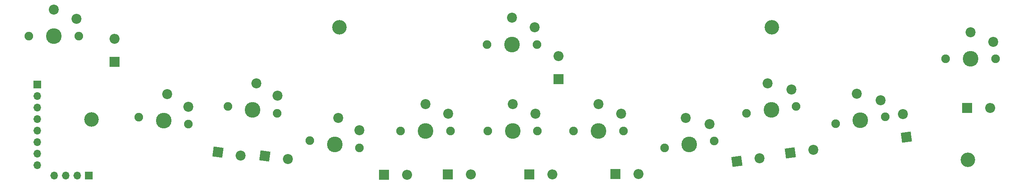
<source format=gbr>
%TF.GenerationSoftware,KiCad,Pcbnew,(7.0.0)*%
%TF.CreationDate,2023-05-23T21:59:03+07:00*%
%TF.ProjectId,top_keyboard_pcb,746f705f-6b65-4796-926f-6172645f7063,rev?*%
%TF.SameCoordinates,Original*%
%TF.FileFunction,Soldermask,Bot*%
%TF.FilePolarity,Negative*%
%FSLAX46Y46*%
G04 Gerber Fmt 4.6, Leading zero omitted, Abs format (unit mm)*
G04 Created by KiCad (PCBNEW (7.0.0)) date 2023-05-23 21:59:03*
%MOMM*%
%LPD*%
G01*
G04 APERTURE LIST*
G04 Aperture macros list*
%AMHorizOval*
0 Thick line with rounded ends*
0 $1 width*
0 $2 $3 position (X,Y) of the first rounded end (center of the circle)*
0 $4 $5 position (X,Y) of the second rounded end (center of the circle)*
0 Add line between two ends*
20,1,$1,$2,$3,$4,$5,0*
0 Add two circle primitives to create the rounded ends*
1,1,$1,$2,$3*
1,1,$1,$4,$5*%
%AMRotRect*
0 Rectangle, with rotation*
0 The origin of the aperture is its center*
0 $1 length*
0 $2 width*
0 $3 Rotation angle, in degrees counterclockwise*
0 Add horizontal line*
21,1,$1,$2,0,0,$3*%
G04 Aperture macros list end*
%ADD10C,2.200000*%
%ADD11C,3.450000*%
%ADD12C,1.900000*%
%ADD13RotRect,2.200000X2.200000X8.000000*%
%ADD14HorizOval,2.200000X0.000000X0.000000X0.000000X0.000000X0*%
%ADD15R,2.200000X2.200000*%
%ADD16O,2.200000X2.200000*%
%ADD17C,3.200000*%
%ADD18RotRect,2.200000X2.200000X352.000000*%
%ADD19HorizOval,2.200000X0.000000X0.000000X0.000000X0.000000X0*%
%ADD20R,1.700000X1.700000*%
%ADD21O,1.700000X1.700000*%
%ADD22RotRect,2.200000X2.200000X98.000000*%
%ADD23HorizOval,2.200000X0.000000X0.000000X0.000000X0.000000X0*%
G04 APERTURE END LIST*
D10*
%TO.C,SW12*%
X250318013Y-76855871D03*
X255318013Y-78955871D03*
D11*
X250318013Y-82755871D03*
D12*
X244818013Y-82755871D03*
X255818013Y-82755871D03*
%TD*%
D10*
%TO.C,SW11*%
X225222533Y-90455484D03*
X230466137Y-91839182D03*
D11*
X226043654Y-96298066D03*
D12*
X220597180Y-97063518D03*
X231490128Y-95532614D03*
%TD*%
D10*
%TO.C,SW10*%
X205606409Y-88136010D03*
X210850013Y-89519708D03*
D11*
X206427530Y-93978592D03*
D12*
X200981056Y-94744044D03*
X211874004Y-93213140D03*
%TD*%
D10*
%TO.C,SW9*%
X187547645Y-95724004D03*
X192791249Y-97107702D03*
D11*
X188368766Y-101566586D03*
D12*
X182922292Y-102332038D03*
X193815240Y-100801134D03*
%TD*%
D10*
%TO.C,SW8*%
X168349289Y-92732872D03*
X173349289Y-94832872D03*
D11*
X168349289Y-98632872D03*
D12*
X162849289Y-98632872D03*
X173849289Y-98632872D03*
%TD*%
D10*
%TO.C,SW7*%
X149440000Y-92710000D03*
X154440000Y-94810000D03*
D11*
X149440000Y-98610000D03*
D12*
X143940000Y-98610000D03*
X154940000Y-98610000D03*
%TD*%
D10*
%TO.C,SW6*%
X149337293Y-73675443D03*
X154337293Y-75775443D03*
D11*
X149337293Y-79575443D03*
D12*
X143837293Y-79575443D03*
X154837293Y-79575443D03*
%TD*%
D10*
%TO.C,SW5*%
X130234050Y-92720077D03*
X135234050Y-94820077D03*
D11*
X130234050Y-98620077D03*
D12*
X124734050Y-98620077D03*
X135734050Y-98620077D03*
%TD*%
D10*
%TO.C,SW4*%
X111061224Y-95712107D03*
X115720301Y-98487536D03*
D11*
X110240103Y-101554689D03*
D12*
X104793629Y-100789237D03*
X115686577Y-102320141D03*
%TD*%
D10*
%TO.C,SW3*%
X92969914Y-88102073D03*
X97628991Y-90877502D03*
D11*
X92148793Y-93944655D03*
D12*
X86702319Y-93179203D03*
X97595267Y-94710107D03*
%TD*%
D10*
%TO.C,SW2*%
X73386925Y-90487817D03*
X78046002Y-93263246D03*
D11*
X72565804Y-96330399D03*
D12*
X67119330Y-95564947D03*
X78012278Y-97095851D03*
%TD*%
D10*
%TO.C,SW1*%
X48358179Y-71845939D03*
X53358179Y-73945939D03*
D11*
X48358179Y-77745939D03*
D12*
X42858179Y-77745939D03*
X53858179Y-77745939D03*
%TD*%
D13*
%TO.C,D11*%
X198840935Y-105330895D03*
D14*
X203871497Y-104623896D03*
%TD*%
D15*
%TO.C,D6*%
X153151709Y-108191406D03*
D16*
X158231709Y-108191406D03*
%TD*%
D17*
%TO.C,H2*%
X249740000Y-104960000D03*
%TD*%
D15*
%TO.C,D12*%
X249522182Y-93529999D03*
D16*
X254602182Y-93529999D03*
%TD*%
D18*
%TO.C,D2*%
X94889932Y-104147272D03*
D19*
X99920494Y-104854271D03*
%TD*%
D20*
%TO.C,J2*%
X44769930Y-88392111D03*
D21*
X44769930Y-90932111D03*
X44769930Y-93472111D03*
X44769930Y-96012111D03*
X44769930Y-98552111D03*
X44769930Y-101092111D03*
X44769930Y-103632111D03*
X44769930Y-106172111D03*
%TD*%
D15*
%TO.C,D7*%
X135155534Y-108206133D03*
D16*
X140235534Y-108206133D03*
%TD*%
D13*
%TO.C,D9*%
X210625696Y-103447326D03*
D14*
X215656258Y-102740327D03*
%TD*%
D18*
%TO.C,D1*%
X84540934Y-103319103D03*
D19*
X89571496Y-104026102D03*
%TD*%
D15*
%TO.C,D4*%
X121110802Y-108250313D03*
D16*
X126190802Y-108250313D03*
%TD*%
D17*
%TO.C,H3*%
X111310000Y-75750000D03*
%TD*%
D20*
%TO.C,J1*%
X56077011Y-108433431D03*
D21*
X53537011Y-108433431D03*
X50997011Y-108433431D03*
X48457011Y-108433431D03*
%TD*%
D17*
%TO.C,H4*%
X206560000Y-75750000D03*
%TD*%
D15*
%TO.C,D8*%
X172060946Y-108147226D03*
D16*
X177140946Y-108147226D03*
%TD*%
D17*
%TO.C,H1*%
X56700000Y-96070000D03*
%TD*%
D15*
%TO.C,D3*%
X61779999Y-83369999D03*
D16*
X61779999Y-78289999D03*
%TD*%
D22*
%TO.C,D10*%
X236140895Y-99979064D03*
D23*
X235433896Y-94948502D03*
%TD*%
D15*
%TO.C,D5*%
X159569999Y-87179999D03*
D16*
X159569999Y-82099999D03*
%TD*%
M02*

</source>
